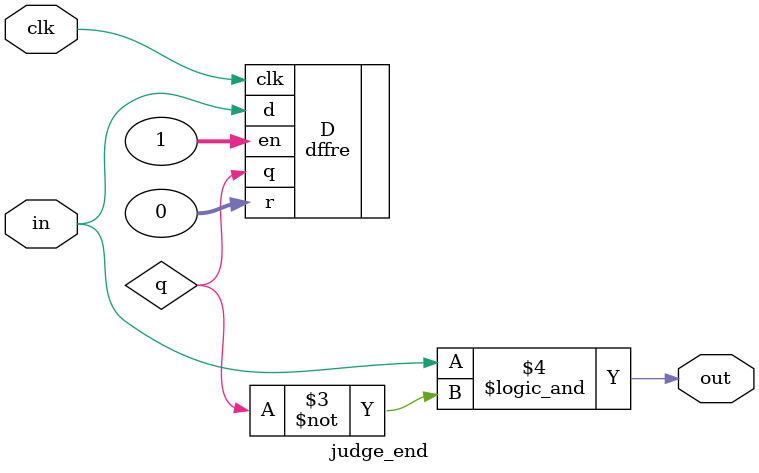
<source format=v>
module judge_end(in,clk,out);
	input in,clk;
	output out;
	wire q;
	dffre #(.n(1)) D(.clk(clk),.q(q),.d(in),.en(1),.r(0));
	assign out=in&&~q;
endmodule



/*状态机写法
module judge_end(clk,co,duration,out);
	parameter PAUSE=1'd0,CONTIUE=1'd1;
	input co,clk;
	input [5:0] duration;
	output reg out;
	reg[1:0] state,next_state;
	
	always @(posedge clk)
	begin
		if(CONTIUE) state=CONTIUE;
		else state=next_state;
	end
	
	always @(*)
	begin
		case(state)
			CONTIUE://输出0
			begin
				out=0;
				if(co||(!duration)) next_state=PAUSE;//当co=1或duration=0时，下一个状态为PASUE
				else next_state=CONTIUE;
			end
			PAUSE://输出1
			begin
				out=1;
				//if(co||(!duration)) next_state=PAUSE;//当co=1或duration=0时，下一个状态为PASUE
				//else 
				next_state=CONTIUE;
			end
		endcase
	end
endmodule
*/
</source>
